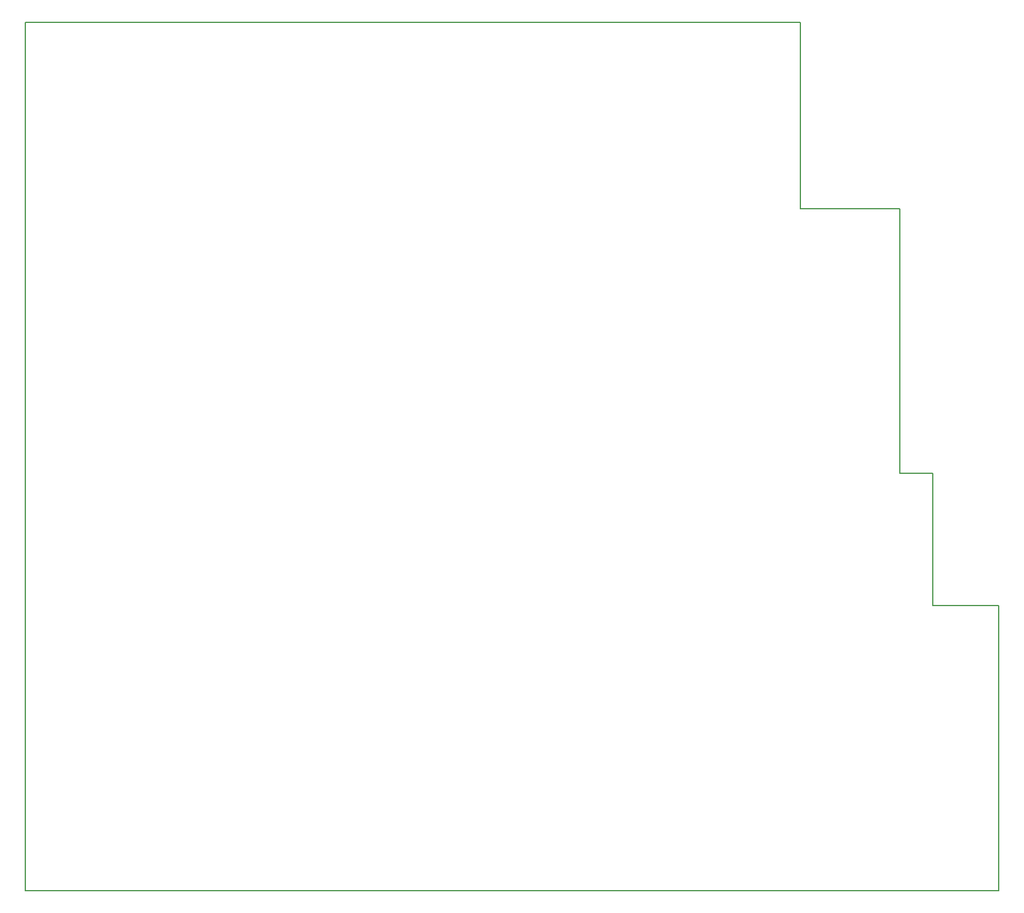
<source format=gm1>
G04 #@! TF.GenerationSoftware,KiCad,Pcbnew,(5.0.2)-1*
G04 #@! TF.CreationDate,2019-02-16T22:04:27+09:00*
G04 #@! TF.ProjectId,pakbd,70616b62-642e-46b6-9963-61645f706362,1*
G04 #@! TF.SameCoordinates,Original*
G04 #@! TF.FileFunction,Profile,NP*
%FSLAX46Y46*%
G04 Gerber Fmt 4.6, Leading zero omitted, Abs format (unit mm)*
G04 Created by KiCad (PCBNEW (5.0.2)-1) date 2019/02/16 22:04:27*
%MOMM*%
%LPD*%
G01*
G04 APERTURE LIST*
%ADD10C,0.200000*%
%ADD11C,0.150000*%
G04 APERTURE END LIST*
D10*
X27880000Y-151020000D02*
X167992500Y-151020000D01*
D11*
X153705000Y-52782500D02*
X153705000Y-90882500D01*
X167992500Y-109932500D02*
X167992500Y-151032500D01*
D10*
X27880000Y-25970000D02*
X139417500Y-25970000D01*
X139417500Y-52782500D02*
X153705000Y-52782500D01*
D11*
X139417500Y-25970000D02*
X139417500Y-52782500D01*
X158467500Y-90882500D02*
X158467500Y-109932500D01*
X27880000Y-25970000D02*
X27880000Y-151020000D01*
D10*
X158467500Y-109930000D02*
X167992500Y-109930000D01*
X153705000Y-90882500D02*
X158467500Y-90882500D01*
M02*

</source>
